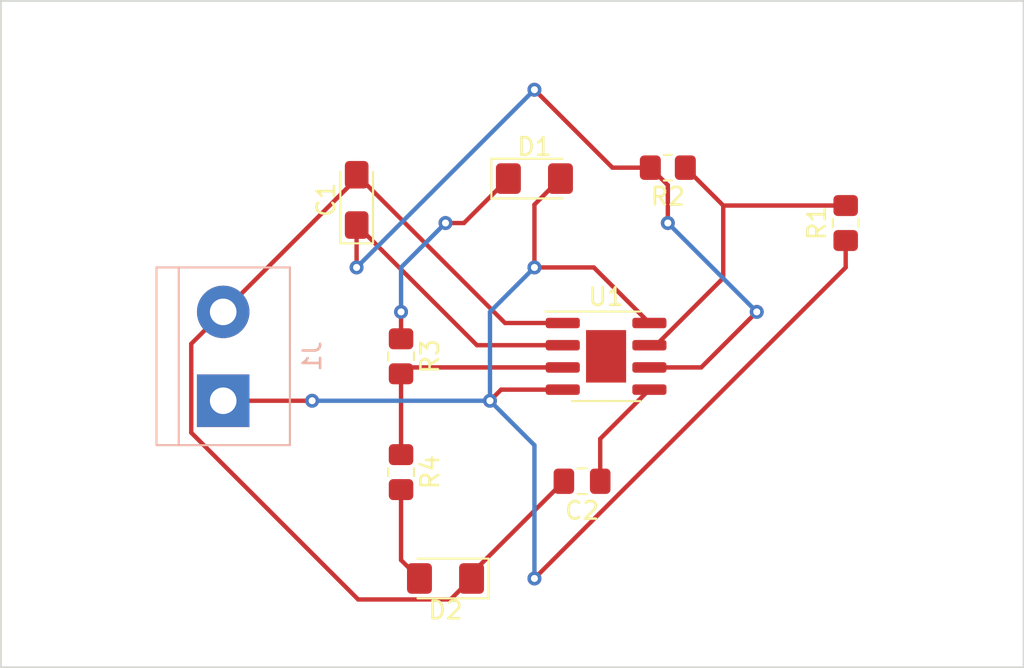
<source format=kicad_pcb>
(kicad_pcb (version 20211014) (generator pcbnew)
  (layers (0 "F.Cu" signal) (31 "B.Cu" signal) (34 "B.Paste" user) (35 "F.Paste" user) (36 "B.SilkS" user "B.Silkscreen") (37 "F.SilkS" user "F.Silkscreen") (38 "B.Mask" user) (39 "F.Mask" user) (44 "Edge.Cuts" user))
  (net 0 "")
  (net 1 "/pin_2")
  (net 2 "GND")
  (net 3 "Net-(C2-Pad1)")
  (net 4 "Net-(D1-Pad1)")
  (net 5 "+9V")
  (net 6 "Net-(D2-Pad2)")
  (net 7 "/pin_7")
  (net 8 "/pin_3")
  (footprint "LED_SMD:LED_1206_3216Metric_Pad1.42x1.75mm_HandSolder" (layer "F.Cu") (at 142.24 106.68 180)
    (fp_text reference "D2" (at 0 -1.82) (layer "F.SilkS"))
    (fp_text value "LED")
    (fp_line (start 1.6 -1.135) (end -2.46 -1.135) (layer "F.SilkS") (width 0.12))
    (fp_line (start -2.46 1.135) (end 1.6 1.135) (layer "F.SilkS") (width 0.12))
    (fp_line (start -2.46 -1.135) (end -2.46 1.135) (layer "F.SilkS") (width 0.12))
    (pad "1" smd roundrect (at -1.4875 0 180) (size 1.425 1.75) (layers "F.Cu" "F.Paste" "F.Mask") (roundrect_rratio 0.175439) (net 2 "GND"))
    (pad "2" smd roundrect (at 1.4875 0 180) (size 1.425 1.75) (layers "F.Cu" "F.Paste" "F.Mask") (roundrect_rratio 0.175439) (net 6 "Net-(D2-Pad2)"))
  )
  (footprint "Resistor_SMD:R_0805_2012Metric_Pad1.20x1.40mm_HandSolder" (layer "F.Cu") (at 139.7 93.98 -90)
    (fp_text reference "R3" (at 0 -1.65 90) (layer "F.SilkS"))
    (fp_text value "1kR")
    (fp_line (start -0.227064 0.735) (end 0.227064 0.735) (layer "F.SilkS") (width 0.12))
    (fp_line (start -0.227064 -0.735) (end 0.227064 -0.735) (layer "F.SilkS") (width 0.12))
    (pad "1" smd roundrect (at -1 0 270) (size 1.2 1.4) (layers "F.Cu" "F.Paste" "F.Mask") (roundrect_rratio 0.208333) (net 4 "Net-(D1-Pad1)"))
    (pad "2" smd roundrect (at 1 0 270) (size 1.2 1.4) (layers "F.Cu" "F.Paste" "F.Mask") (roundrect_rratio 0.208333) (net 8 "/pin_3"))
  )
  (footprint "Resistor_SMD:R_0805_2012Metric_Pad1.20x1.40mm_HandSolder" (layer "F.Cu") (at 165.1 86.36 90)
    (fp_text reference "R1" (at 0 -1.65 90) (layer "F.SilkS"))
    (fp_text value "1kR")
    (fp_line (start -0.227064 0.735) (end 0.227064 0.735) (layer "F.SilkS") (width 0.12))
    (fp_line (start -0.227064 -0.735) (end 0.227064 -0.735) (layer "F.SilkS") (width 0.12))
    (pad "1" smd roundrect (at -1 0 90) (size 1.2 1.4) (layers "F.Cu" "F.Paste" "F.Mask") (roundrect_rratio 0.208333) (net 5 "+9V"))
    (pad "2" smd roundrect (at 1 0 90) (size 1.2 1.4) (layers "F.Cu" "F.Paste" "F.Mask") (roundrect_rratio 0.208333) (net 7 "/pin_7"))
  )
  (footprint "Package_SO:SOIC-8-1EP_3.9x4.9mm_P1.27mm_EP2.29x3mm" (layer "F.Cu") (at 151.4125 93.98)
    (fp_text reference "U1" (at 0 -3.4) (layer "F.SilkS"))
    (fp_text value "NE555D")
    (fp_line (start 0 2.56) (end -1.95 2.56) (layer "F.SilkS") (width 0.12))
    (fp_line (start 0 2.56) (end 1.95 2.56) (layer "F.SilkS") (width 0.12))
    (fp_line (start 0 -2.56) (end -3.45 -2.56) (layer "F.SilkS") (width 0.12))
    (fp_line (start 0 -2.56) (end 1.95 -2.56) (layer "F.SilkS") (width 0.12))
    (pad "1" smd roundrect (at -2.475 -1.905) (size 1.95 0.6) (layers "F.Cu" "F.Paste" "F.Mask") (net 2 "GND"))
    (pad "2" smd roundrect (at -2.475 -0.635) (size 1.95 0.6) (layers "F.Cu" "F.Paste" "F.Mask") (net 1 "/pin_2"))
    (pad "3" smd roundrect (at -2.475 0.635) (size 1.95 0.6) (layers "F.Cu" "F.Paste" "F.Mask") (net 8 "/pin_3"))
    (pad "4" smd roundrect (at -2.475 1.905) (size 1.95 0.6) (layers "F.Cu" "F.Paste" "F.Mask") (net 5 "+9V"))
    (pad "5" smd roundrect (at 2.475 1.905) (size 1.95 0.6) (layers "F.Cu" "F.Paste" "F.Mask") (net 3 "Net-(C2-Pad1)"))
    (pad "6" smd roundrect (at 2.475 0.635) (size 1.95 0.6) (layers "F.Cu" "F.Paste" "F.Mask") (net 1 "/pin_2"))
    (pad "7" smd roundrect (at 2.475 -0.635) (size 1.95 0.6) (layers "F.Cu" "F.Paste" "F.Mask") (net 7 "/pin_7"))
    (pad "8" smd roundrect (at 2.475 -1.905) (size 1.95 0.6) (layers "F.Cu" "F.Paste" "F.Mask") (net 5 "+9V"))
    (pad "9" smd rect (at 0 0) (size 2.29 3) (layers "F.Cu" "F.Mask"))
  )
  (footprint "Resistor_SMD:R_0805_2012Metric_Pad1.20x1.40mm_HandSolder" (layer "F.Cu") (at 154.94 83.195 180)
    (fp_text reference "R2" (at 0 -1.65) (layer "F.SilkS"))
    (fp_text value "10kR")
    (fp_line (start -0.227064 0.735) (end 0.227064 0.735) (layer "F.SilkS") (width 0.12))
    (fp_line (start -0.227064 -0.735) (end 0.227064 -0.735) (layer "F.SilkS") (width 0.12))
    (pad "1" smd roundrect (at -1 0 180) (size 1.2 1.4) (layers "F.Cu" "F.Paste" "F.Mask") (roundrect_rratio 0.208333) (net 7 "/pin_7"))
    (pad "2" smd roundrect (at 1 0 180) (size 1.2 1.4) (layers "F.Cu" "F.Paste" "F.Mask") (roundrect_rratio 0.208333) (net 1 "/pin_2"))
  )
  (footprint "Capacitor_Tantalum_SMD:CP_EIA-3216-18_Kemet-A_Pad1.58x1.35mm_HandSolder" (layer "F.Cu") (at 137.165 85.0375 90)
    (fp_text reference "C1" (at 0 -1.75 90) (layer "F.SilkS"))
    (fp_text value "10uF")
    (fp_line (start 1.6 -0.935) (end -2.485 -0.935) (layer "F.SilkS") (width 0.12))
    (fp_line (start -2.485 0.935) (end 1.6 0.935) (layer "F.SilkS") (width 0.12))
    (fp_line (start -2.485 -0.935) (end -2.485 0.935) (layer "F.SilkS") (width 0.12))
    (pad "1" smd roundrect (at -1.4375 0 90) (size 1.575 1.35) (layers "F.Cu" "F.Paste" "F.Mask") (roundrect_rratio 0.185185) (net 1 "/pin_2"))
    (pad "2" smd roundrect (at 1.4375 0 90) (size 1.575 1.35) (layers "F.Cu" "F.Paste" "F.Mask") (roundrect_rratio 0.185185) (net 2 "GND"))
  )
  (footprint "LED_SMD:LED_1206_3216Metric_Pad1.42x1.75mm_HandSolder" (layer "F.Cu") (at 147.32 83.82)
    (fp_text reference "D1" (at 0 -1.82) (layer "F.SilkS"))
    (fp_text value "LED")
    (fp_line (start 1.6 -1.135) (end -2.46 -1.135) (layer "F.SilkS") (width 0.12))
    (fp_line (start -2.46 1.135) (end 1.6 1.135) (layer "F.SilkS") (width 0.12))
    (fp_line (start -2.46 -1.135) (end -2.46 1.135) (layer "F.SilkS") (width 0.12))
    (pad "1" smd roundrect (at -1.4875 0) (size 1.425 1.75) (layers "F.Cu" "F.Paste" "F.Mask") (roundrect_rratio 0.175439) (net 4 "Net-(D1-Pad1)"))
    (pad "2" smd roundrect (at 1.4875 0) (size 1.425 1.75) (layers "F.Cu" "F.Paste" "F.Mask") (roundrect_rratio 0.175439) (net 5 "+9V"))
  )
  (footprint "Resistor_SMD:R_0805_2012Metric_Pad1.20x1.40mm_HandSolder" (layer "F.Cu") (at 139.7 100.6 -90)
    (fp_text reference "R4" (at 0 -1.65 90) (layer "F.SilkS"))
    (fp_text value "1kR")
    (fp_line (start -0.227064 0.735) (end 0.227064 0.735) (layer "F.SilkS") (width 0.12))
    (fp_line (start -0.227064 -0.735) (end 0.227064 -0.735) (layer "F.SilkS") (width 0.12))
    (pad "1" smd roundrect (at -1 0 270) (size 1.2 1.4) (layers "F.Cu" "F.Paste" "F.Mask") (roundrect_rratio 0.208333) (net 8 "/pin_3"))
    (pad "2" smd roundrect (at 1 0 270) (size 1.2 1.4) (layers "F.Cu" "F.Paste" "F.Mask") (roundrect_rratio 0.208333) (net 6 "Net-(D2-Pad2)"))
  )
  (footprint "Capacitor_SMD:C_0805_2012Metric_Pad1.18x1.45mm_HandSolder" (layer "F.Cu") (at 150.04 101.122504 180)
    (fp_text reference "C2" (at 0 -1.68) (layer "F.SilkS"))
    (fp_text value ".01uF")
    (fp_line (start -0.261252 -0.735) (end 0.261252 -0.735) (layer "F.SilkS") (width 0.12))
    (fp_line (start -0.261252 0.735) (end 0.261252 0.735) (layer "F.SilkS") (width 0.12))
    (pad "1" smd roundrect (at -1.0375 0 180) (size 1.175 1.45) (layers "F.Cu" "F.Paste" "F.Mask") (roundrect_rratio 0.212766) (net 3 "Net-(C2-Pad1)"))
    (pad "2" smd roundrect (at 1.0375 0 180) (size 1.175 1.45) (layers "F.Cu" "F.Paste" "F.Mask") (roundrect_rratio 0.212766) (net 2 "GND"))
  )
  (footprint "TerminalBlock:TerminalBlock_bornier-2_P5.08mm" (layer "B.Cu") (at 129.54 96.52 90)
    (fp_text reference "J1" (at 2.54 5.08 90) (layer "B.SilkS") (effects (justify mirror)))
    (fp_text value "Conn_01x02_Male")
    (fp_line (start -2.54 -3.81) (end 7.62 -3.81) (layer "B.SilkS") (width 0.12))
    (fp_line (start 7.62 3.81) (end -2.54 3.81) (layer "B.SilkS") (width 0.12))
    (fp_line (start 7.62 -3.81) (end 7.62 3.81) (layer "B.SilkS") (width 0.12))
    (fp_line (start -2.54 3.81) (end -2.54 -3.81) (layer "B.SilkS") (width 0.12))
    (fp_line (start 7.62 -2.54) (end -2.54 -2.54) (layer "B.SilkS") (width 0.12))
    (pad "1" thru_hole rect (at 0 0 90) (size 3 3) (drill 1.52) (layers *.Cu *.Mask) (net 5 "+9V"))
    (pad "2" thru_hole circle (at 5.08 0 90) (size 3 3) (drill 1.52) (layers *.Cu *.Mask) (net 2 "GND"))
  )
  (gr_rect (start 116.84 111.76) (end 175.26 73.66) (layer "Edge.Cuts") (width 0.1) (fill none))
  (segment (start 151.775 83.195) (end 147.32 78.74) (width 0.25) (layer "F.Cu") (net 1))
  (segment (start 156.845 94.615) (end 160.02 91.44) (width 0.25) (layer "F.Cu") (net 1))
  (segment (start 144.035 93.345) (end 137.165 86.475) (width 0.25) (layer "F.Cu") (net 1))
  (segment (start 153.94 83.195) (end 154.94 84.195) (width 0.25) (layer "F.Cu") (net 1))
  (segment (start 153.8875 94.615) (end 156.845 94.615) (width 0.25) (layer "F.Cu") (net 1))
  (segment (start 137.16 86.48) (end 137.16 88.9) (width 0.25) (layer "F.Cu") (net 1))
  (segment (start 137.165 86.475) (end 137.16 86.48) (width 0.25) (layer "F.Cu") (net 1))
  (segment (start 148.9375 93.345) (end 144.035 93.345) (width 0.25) (layer "F.Cu") (net 1))
  (segment (start 154.94 84.195) (end 154.94 86.36) (width 0.25) (layer "F.Cu") (net 1))
  (segment (start 153.94 83.195) (end 151.775 83.195) (width 0.25) (layer "F.Cu") (net 1))
  (via (at 147.32 78.74) (size 0.8) (drill 0.4) (layers "F.Cu" "B.Cu") (net 1))
  (via (at 154.94 86.36) (size 0.8) (drill 0.4) (layers "F.Cu" "B.Cu") (net 1))
  (via (at 160.02 91.44) (size 0.8) (drill 0.4) (layers "F.Cu" "B.Cu") (net 1))
  (via (at 137.16 88.9) (size 0.8) (drill 0.4) (layers "F.Cu" "B.Cu") (net 1))
  (segment (start 154.94 86.36) (end 160.02 91.44) (width 0.25) (layer "B.Cu") (net 1))
  (segment (start 137.16 88.9) (end 147.32 78.74) (width 0.25) (layer "B.Cu") (net 1))
  (segment (start 143.7275 106.68) (end 143.7275 106.397504) (width 0.25) (layer "F.Cu") (net 2))
  (segment (start 137.165 83.815) (end 129.54 91.44) (width 0.25) (layer "F.Cu") (net 2))
  (segment (start 143.7275 106.397504) (end 149.0025 101.122504) (width 0.25) (layer "F.Cu") (net 2))
  (segment (start 127.715 93.265) (end 129.54 91.44) (width 0.25) (layer "F.Cu") (net 2))
  (segment (start 148.9375 92.075) (end 145.64 92.075) (width 0.25) (layer "F.Cu") (net 2))
  (segment (start 145.64 92.075) (end 137.165 83.6) (width 0.25) (layer "F.Cu") (net 2))
  (segment (start 127.715 98.345) (end 127.715 93.265) (width 0.25) (layer "F.Cu") (net 2))
  (segment (start 137.165 83.6) (end 137.165 83.815) (width 0.25) (layer "F.Cu") (net 2))
  (segment (start 142.5275 107.88) (end 137.25 107.88) (width 0.25) (layer "F.Cu") (net 2))
  (segment (start 143.7275 106.68) (end 142.5275 107.88) (width 0.25) (layer "F.Cu") (net 2))
  (segment (start 137.25 107.88) (end 127.715 98.345) (width 0.25) (layer "F.Cu") (net 2))
  (segment (start 151.0775 101.122504) (end 151.0775 98.695) (width 0.25) (layer "F.Cu") (net 3))
  (segment (start 151.0775 98.695) (end 153.8875 95.885) (width 0.25) (layer "F.Cu") (net 3))
  (segment (start 139.7 92.98) (end 139.7 91.44) (width 0.25) (layer "F.Cu") (net 4))
  (segment (start 143.2925 86.36) (end 142.24 86.36) (width 0.25) (layer "F.Cu") (net 4))
  (segment (start 145.8325 83.82) (end 143.2925 86.36) (width 0.25) (layer "F.Cu") (net 4))
  (via (at 142.24 86.36) (size 0.8) (drill 0.4) (layers "F.Cu" "B.Cu") (net 4))
  (via (at 139.7 91.44) (size 0.8) (drill 0.4) (layers "F.Cu" "B.Cu") (net 4))
  (segment (start 139.7 88.9) (end 139.7 91.44) (width 0.25) (layer "B.Cu") (net 4))
  (segment (start 142.24 86.36) (end 139.7 88.9) (width 0.25) (layer "B.Cu") (net 4))
  (segment (start 165.1 87.36) (end 165.1 88.9) (width 0.25) (layer "F.Cu") (net 5))
  (segment (start 150.7125 88.9) (end 147.32 88.9) (width 0.25) (layer "F.Cu") (net 5))
  (segment (start 145.415 95.885) (end 144.78 96.52) (width 0.25) (layer "F.Cu") (net 5))
  (segment (start 148.9375 95.885) (end 145.415 95.885) (width 0.25) (layer "F.Cu") (net 5))
  (segment (start 134.62 96.52) (end 129.54 96.52) (width 0.25) (layer "F.Cu") (net 5))
  (segment (start 148.8075 83.82) (end 147.32 85.3075) (width 0.25) (layer "F.Cu") (net 5))
  (segment (start 153.8875 92.075) (end 150.7125 88.9) (width 0.25) (layer "F.Cu") (net 5))
  (segment (start 147.32 85.3075) (end 147.32 88.9) (width 0.25) (layer "F.Cu") (net 5))
  (segment (start 165.1 88.9) (end 147.32 106.68) (width 0.25) (layer "F.Cu") (net 5))
  (via (at 147.32 106.68) (size 0.8) (drill 0.4) (layers "F.Cu" "B.Cu") (net 5))
  (via (at 147.32 88.9) (size 0.8) (drill 0.4) (layers "F.Cu" "B.Cu") (net 5))
  (via (at 134.62 96.52) (size 0.8) (drill 0.4) (layers "F.Cu" "B.Cu") (net 5))
  (via (at 144.78 96.52) (size 0.8) (drill 0.4) (layers "F.Cu" "B.Cu") (net 5))
  (segment (start 144.78 91.44) (end 144.78 96.52) (width 0.25) (layer "B.Cu") (net 5))
  (segment (start 147.32 99.06) (end 144.78 96.52) (width 0.25) (layer "B.Cu") (net 5))
  (segment (start 144.78 96.52) (end 134.62 96.52) (width 0.25) (layer "B.Cu") (net 5))
  (segment (start 147.32 88.9) (end 144.78 91.44) (width 0.25) (layer "B.Cu") (net 5))
  (segment (start 147.32 106.68) (end 147.32 99.06) (width 0.25) (layer "B.Cu") (net 5))
  (segment (start 140.7525 106.68) (end 139.7 105.6275) (width 0.25) (layer "F.Cu") (net 6))
  (segment (start 139.7 105.6275) (end 139.7 101.6) (width 0.25) (layer "F.Cu") (net 6))
  (segment (start 158.105 85.36) (end 158.105 89.504251) (width 0.25) (layer "F.Cu") (net 7))
  (segment (start 158.105 85.36) (end 155.94 83.195) (width 0.25) (layer "F.Cu") (net 7))
  (segment (start 165.1 85.36) (end 158.105 85.36) (width 0.25) (layer "F.Cu") (net 7))
  (segment (start 158.105 89.504251) (end 154.264251 93.345) (width 0.25) (layer "F.Cu") (net 7))
  (segment (start 154.264251 93.345) (end 153.8875 93.345) (width 0.25) (layer "F.Cu") (net 7))
  (segment (start 139.7 99.6) (end 139.7 94.98) (width 0.25) (layer "F.Cu") (net 8))
  (segment (start 140.065 94.615) (end 148.9375 94.615) (width 0.25) (layer "F.Cu") (net 8))
  (segment (start 139.7 94.98) (end 140.065 94.615) (width 0.25) (layer "F.Cu") (net 8))
)
</source>
